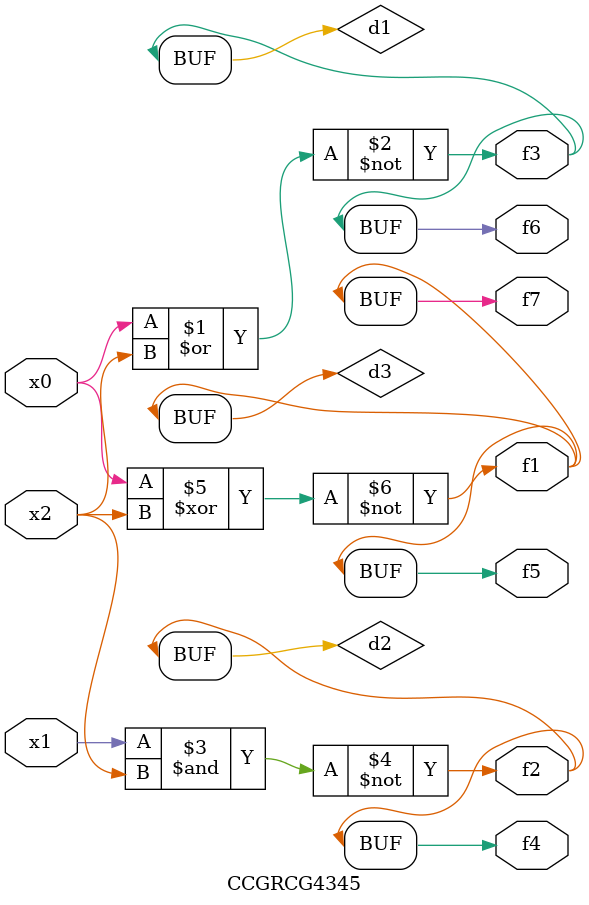
<source format=v>
module CCGRCG4345(
	input x0, x1, x2,
	output f1, f2, f3, f4, f5, f6, f7
);

	wire d1, d2, d3;

	nor (d1, x0, x2);
	nand (d2, x1, x2);
	xnor (d3, x0, x2);
	assign f1 = d3;
	assign f2 = d2;
	assign f3 = d1;
	assign f4 = d2;
	assign f5 = d3;
	assign f6 = d1;
	assign f7 = d3;
endmodule

</source>
